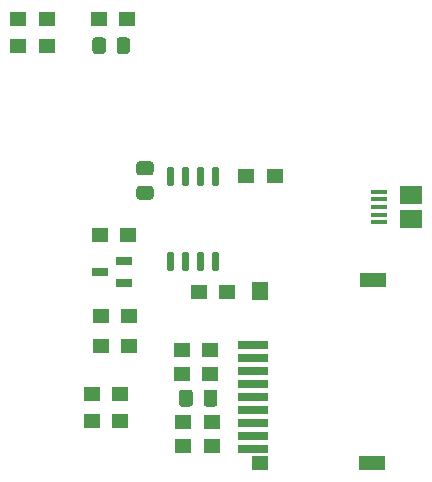
<source format=gtp>
G04 #@! TF.GenerationSoftware,KiCad,Pcbnew,5.1.12-84ad8e8a86~92~ubuntu20.04.1*
G04 #@! TF.CreationDate,2022-03-16T00:54:27+01:00*
G04 #@! TF.ProjectId,ms2-card,6d73322d-6361-4726-942e-6b696361645f,0.2*
G04 #@! TF.SameCoordinates,Original*
G04 #@! TF.FileFunction,Paste,Top*
G04 #@! TF.FilePolarity,Positive*
%FSLAX46Y46*%
G04 Gerber Fmt 4.6, Leading zero omitted, Abs format (unit mm)*
G04 Created by KiCad (PCBNEW 5.1.12-84ad8e8a86~92~ubuntu20.04.1) date 2022-03-16 00:54:27*
%MOMM*%
%LPD*%
G01*
G04 APERTURE LIST*
%ADD10R,1.350000X1.300000*%
%ADD11R,1.900000X1.500000*%
%ADD12R,1.350000X0.400000*%
%ADD13R,2.500000X0.700000*%
%ADD14R,1.400000X1.200000*%
%ADD15R,1.400000X1.600000*%
%ADD16R,2.200000X1.200000*%
%ADD17R,1.400000X0.800000*%
G04 APERTURE END LIST*
D10*
X171888000Y-144399000D03*
X169488000Y-144399000D03*
X177235000Y-146558000D03*
X179635000Y-146558000D03*
X177235000Y-144526000D03*
X179635000Y-144526000D03*
X177108000Y-140462000D03*
X179508000Y-140462000D03*
X177108000Y-138430000D03*
X179508000Y-138430000D03*
X171881500Y-142113000D03*
X169481500Y-142113000D03*
G36*
G01*
X178048500Y-142019000D02*
X178048500Y-142969000D01*
G75*
G02*
X177798500Y-143219000I-250000J0D01*
G01*
X177123500Y-143219000D01*
G75*
G02*
X176873500Y-142969000I0J250000D01*
G01*
X176873500Y-142019000D01*
G75*
G02*
X177123500Y-141769000I250000J0D01*
G01*
X177798500Y-141769000D01*
G75*
G02*
X178048500Y-142019000I0J-250000D01*
G01*
G37*
G36*
G01*
X180123500Y-142019000D02*
X180123500Y-142969000D01*
G75*
G02*
X179873500Y-143219000I-250000J0D01*
G01*
X179198500Y-143219000D01*
G75*
G02*
X178948500Y-142969000I0J250000D01*
G01*
X178948500Y-142019000D01*
G75*
G02*
X179198500Y-141769000I250000J0D01*
G01*
X179873500Y-141769000D01*
G75*
G02*
X180123500Y-142019000I0J-250000D01*
G01*
G37*
D11*
X196500000Y-127301500D03*
D12*
X193800000Y-126301500D03*
X193800000Y-125651500D03*
X193800000Y-125001500D03*
X193800000Y-127601500D03*
X193800000Y-126951500D03*
D11*
X196500000Y-125301500D03*
D10*
X182569000Y-123698000D03*
X184969000Y-123698000D03*
X178568500Y-133477000D03*
X180968500Y-133477000D03*
G36*
G01*
X173515000Y-124529000D02*
X174465000Y-124529000D01*
G75*
G02*
X174715000Y-124779000I0J-250000D01*
G01*
X174715000Y-125454000D01*
G75*
G02*
X174465000Y-125704000I-250000J0D01*
G01*
X173515000Y-125704000D01*
G75*
G02*
X173265000Y-125454000I0J250000D01*
G01*
X173265000Y-124779000D01*
G75*
G02*
X173515000Y-124529000I250000J0D01*
G01*
G37*
G36*
G01*
X173515000Y-122454000D02*
X174465000Y-122454000D01*
G75*
G02*
X174715000Y-122704000I0J-250000D01*
G01*
X174715000Y-123379000D01*
G75*
G02*
X174465000Y-123629000I-250000J0D01*
G01*
X173515000Y-123629000D01*
G75*
G02*
X173265000Y-123379000I0J250000D01*
G01*
X173265000Y-122704000D01*
G75*
G02*
X173515000Y-122454000I250000J0D01*
G01*
G37*
X172650000Y-135509000D03*
X170250000Y-135509000D03*
X172650000Y-138049000D03*
X170250000Y-138049000D03*
G36*
G01*
X176299000Y-124517500D02*
X175999000Y-124517500D01*
G75*
G02*
X175849000Y-124367500I0J150000D01*
G01*
X175849000Y-123067500D01*
G75*
G02*
X175999000Y-122917500I150000J0D01*
G01*
X176299000Y-122917500D01*
G75*
G02*
X176449000Y-123067500I0J-150000D01*
G01*
X176449000Y-124367500D01*
G75*
G02*
X176299000Y-124517500I-150000J0D01*
G01*
G37*
G36*
G01*
X177569000Y-124517500D02*
X177269000Y-124517500D01*
G75*
G02*
X177119000Y-124367500I0J150000D01*
G01*
X177119000Y-123067500D01*
G75*
G02*
X177269000Y-122917500I150000J0D01*
G01*
X177569000Y-122917500D01*
G75*
G02*
X177719000Y-123067500I0J-150000D01*
G01*
X177719000Y-124367500D01*
G75*
G02*
X177569000Y-124517500I-150000J0D01*
G01*
G37*
G36*
G01*
X178839000Y-124517500D02*
X178539000Y-124517500D01*
G75*
G02*
X178389000Y-124367500I0J150000D01*
G01*
X178389000Y-123067500D01*
G75*
G02*
X178539000Y-122917500I150000J0D01*
G01*
X178839000Y-122917500D01*
G75*
G02*
X178989000Y-123067500I0J-150000D01*
G01*
X178989000Y-124367500D01*
G75*
G02*
X178839000Y-124517500I-150000J0D01*
G01*
G37*
G36*
G01*
X180109000Y-124517500D02*
X179809000Y-124517500D01*
G75*
G02*
X179659000Y-124367500I0J150000D01*
G01*
X179659000Y-123067500D01*
G75*
G02*
X179809000Y-122917500I150000J0D01*
G01*
X180109000Y-122917500D01*
G75*
G02*
X180259000Y-123067500I0J-150000D01*
G01*
X180259000Y-124367500D01*
G75*
G02*
X180109000Y-124517500I-150000J0D01*
G01*
G37*
G36*
G01*
X180109000Y-131717500D02*
X179809000Y-131717500D01*
G75*
G02*
X179659000Y-131567500I0J150000D01*
G01*
X179659000Y-130267500D01*
G75*
G02*
X179809000Y-130117500I150000J0D01*
G01*
X180109000Y-130117500D01*
G75*
G02*
X180259000Y-130267500I0J-150000D01*
G01*
X180259000Y-131567500D01*
G75*
G02*
X180109000Y-131717500I-150000J0D01*
G01*
G37*
G36*
G01*
X178839000Y-131717500D02*
X178539000Y-131717500D01*
G75*
G02*
X178389000Y-131567500I0J150000D01*
G01*
X178389000Y-130267500D01*
G75*
G02*
X178539000Y-130117500I150000J0D01*
G01*
X178839000Y-130117500D01*
G75*
G02*
X178989000Y-130267500I0J-150000D01*
G01*
X178989000Y-131567500D01*
G75*
G02*
X178839000Y-131717500I-150000J0D01*
G01*
G37*
G36*
G01*
X177569000Y-131717500D02*
X177269000Y-131717500D01*
G75*
G02*
X177119000Y-131567500I0J150000D01*
G01*
X177119000Y-130267500D01*
G75*
G02*
X177269000Y-130117500I150000J0D01*
G01*
X177569000Y-130117500D01*
G75*
G02*
X177719000Y-130267500I0J-150000D01*
G01*
X177719000Y-131567500D01*
G75*
G02*
X177569000Y-131717500I-150000J0D01*
G01*
G37*
G36*
G01*
X176299000Y-131717500D02*
X175999000Y-131717500D01*
G75*
G02*
X175849000Y-131567500I0J150000D01*
G01*
X175849000Y-130267500D01*
G75*
G02*
X175999000Y-130117500I150000J0D01*
G01*
X176299000Y-130117500D01*
G75*
G02*
X176449000Y-130267500I0J-150000D01*
G01*
X176449000Y-131567500D01*
G75*
G02*
X176299000Y-131717500I-150000J0D01*
G01*
G37*
D13*
X183108500Y-145721500D03*
X183108500Y-144621500D03*
X183108500Y-143521500D03*
X183108500Y-142421500D03*
X183108500Y-141321500D03*
X183108500Y-140221500D03*
X183108500Y-139121500D03*
X183108500Y-138021500D03*
D14*
X183708500Y-148021500D03*
D15*
X183708500Y-133421500D03*
D16*
X193308500Y-132521500D03*
X193208500Y-148021500D03*
D13*
X183108500Y-146821500D03*
G36*
G01*
X172732500Y-112198999D02*
X172732500Y-113099001D01*
G75*
G02*
X172482501Y-113349000I-249999J0D01*
G01*
X171832499Y-113349000D01*
G75*
G02*
X171582500Y-113099001I0J249999D01*
G01*
X171582500Y-112198999D01*
G75*
G02*
X171832499Y-111949000I249999J0D01*
G01*
X172482501Y-111949000D01*
G75*
G02*
X172732500Y-112198999I0J-249999D01*
G01*
G37*
G36*
G01*
X170682500Y-112198999D02*
X170682500Y-113099001D01*
G75*
G02*
X170432501Y-113349000I-249999J0D01*
G01*
X169782499Y-113349000D01*
G75*
G02*
X169532500Y-113099001I0J249999D01*
G01*
X169532500Y-112198999D01*
G75*
G02*
X169782499Y-111949000I249999J0D01*
G01*
X170432501Y-111949000D01*
G75*
G02*
X170682500Y-112198999I0J-249999D01*
G01*
G37*
D17*
X172196000Y-132776000D03*
X172196000Y-130876000D03*
X170196000Y-131826000D03*
D10*
X170059500Y-110363000D03*
X172459500Y-110363000D03*
X165665000Y-110363000D03*
X163265000Y-110363000D03*
X163265000Y-112649000D03*
X165665000Y-112649000D03*
X172593000Y-128649500D03*
X170193000Y-128649500D03*
M02*

</source>
